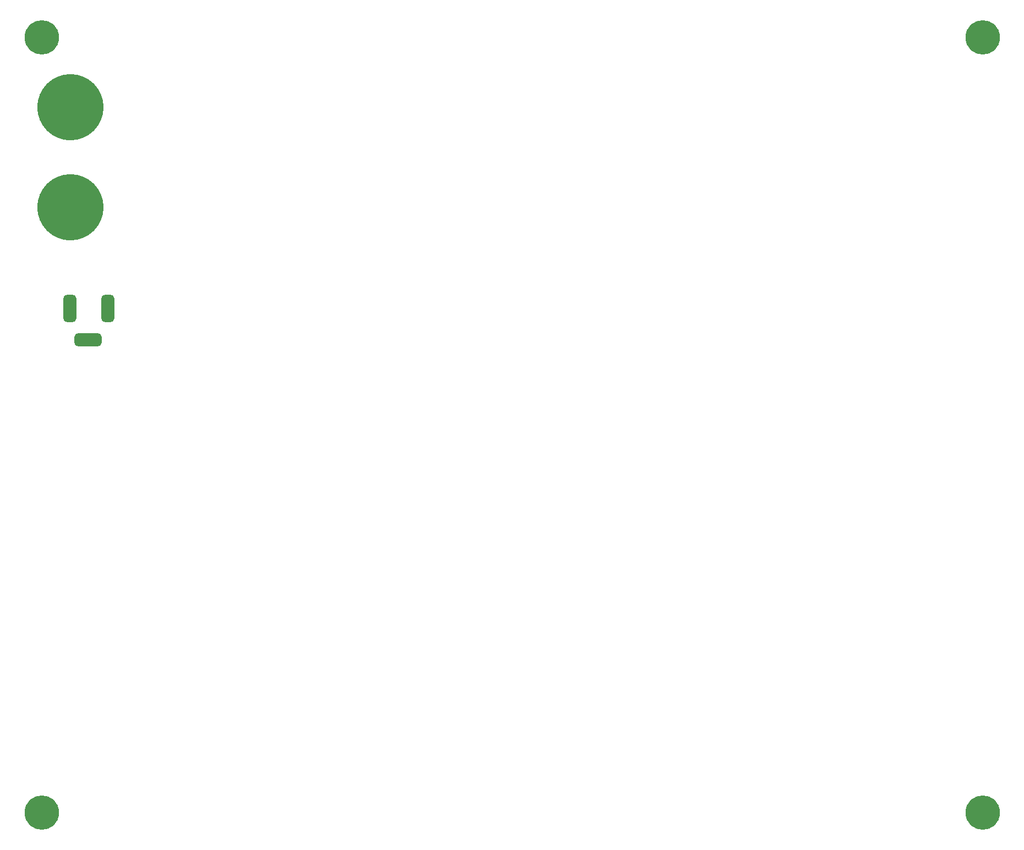
<source format=gbs>
G04*
G04 #@! TF.GenerationSoftware,Altium Limited,Altium Designer,24.1.2 (44)*
G04*
G04 Layer_Color=16711935*
%FSLAX25Y25*%
%MOIN*%
G70*
G04*
G04 #@! TF.SameCoordinates,70FD0B9D-AE47-40E7-AF1A-83360670B04A*
G04*
G04*
G04 #@! TF.FilePolarity,Negative*
G04*
G01*
G75*
G04:AMPARAMS|DCode=12|XSize=165.48mil|YSize=78.87mil|CornerRadius=21.72mil|HoleSize=0mil|Usage=FLASHONLY|Rotation=180.000|XOffset=0mil|YOffset=0mil|HoleType=Round|Shape=RoundedRectangle|*
%AMROUNDEDRECTD12*
21,1,0.16548,0.03543,0,0,180.0*
21,1,0.12205,0.07887,0,0,180.0*
1,1,0.04343,-0.06102,0.01772*
1,1,0.04343,0.06102,0.01772*
1,1,0.04343,0.06102,-0.01772*
1,1,0.04343,-0.06102,-0.01772*
%
%ADD12ROUNDEDRECTD12*%
G04:AMPARAMS|DCode=13|XSize=165.48mil|YSize=78.87mil|CornerRadius=21.72mil|HoleSize=0mil|Usage=FLASHONLY|Rotation=90.000|XOffset=0mil|YOffset=0mil|HoleType=Round|Shape=RoundedRectangle|*
%AMROUNDEDRECTD13*
21,1,0.16548,0.03543,0,0,90.0*
21,1,0.12205,0.07887,0,0,90.0*
1,1,0.04343,0.01772,0.06102*
1,1,0.04343,0.01772,-0.06102*
1,1,0.04343,-0.01772,-0.06102*
1,1,0.04343,-0.01772,0.06102*
%
%ADD13ROUNDEDRECTD13*%
%ADD14C,0.40170*%
%ADD15C,0.20800*%
D12*
X43189Y301602D02*
D03*
D13*
X32165Y320500D02*
D03*
X55000D02*
D03*
D14*
X32500Y381936D02*
D03*
Y442500D02*
D03*
D15*
X15000Y15000D02*
D03*
X585000Y15000D02*
D03*
X585000Y485000D02*
D03*
X15000Y485000D02*
D03*
M02*

</source>
